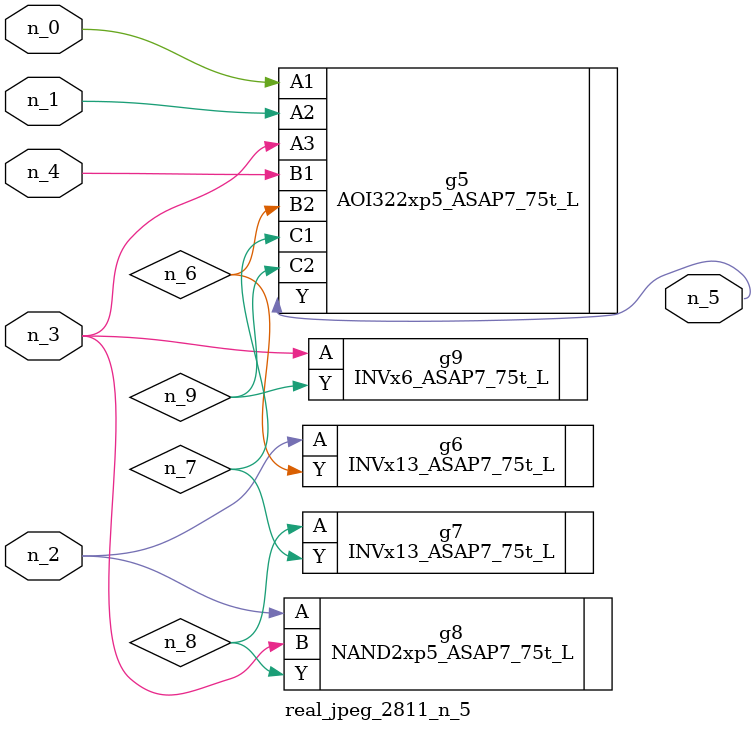
<source format=v>
module real_jpeg_2811_n_5 (n_4, n_0, n_1, n_2, n_3, n_5);

input n_4;
input n_0;
input n_1;
input n_2;
input n_3;

output n_5;

wire n_8;
wire n_6;
wire n_7;
wire n_9;

AOI322xp5_ASAP7_75t_L g5 ( 
.A1(n_0),
.A2(n_1),
.A3(n_3),
.B1(n_4),
.B2(n_6),
.C1(n_7),
.C2(n_9),
.Y(n_5)
);

INVx13_ASAP7_75t_L g6 ( 
.A(n_2),
.Y(n_6)
);

NAND2xp5_ASAP7_75t_L g8 ( 
.A(n_2),
.B(n_3),
.Y(n_8)
);

INVx6_ASAP7_75t_L g9 ( 
.A(n_3),
.Y(n_9)
);

INVx13_ASAP7_75t_L g7 ( 
.A(n_8),
.Y(n_7)
);


endmodule
</source>
